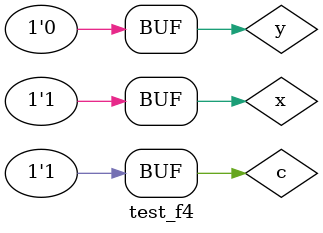
<source format=v>
module f4 (output s, input a, input b, input chave, input chave2, input chave3);

wire s_not1p;
wire s_or1;
wire s_nor1;
wire s_and1p;
wire s_nand1;
wire s_xor1;
wire s_xnor1;

wire s_and2;
wire s_and3;
wire s_and4;
wire s_and5;
wire s_and6;
wire s_and7;
wire s_and8;
wire s_not2;
wire s_not3;
wire s_not4;
wire s_or2;



	and AND2(s_and2, s_not2, s_not3, s_not4, s_not1p);
	and AND3(s_and3, s_not2, s_not3, chave3, s_or1);
	and AND4(s_and4, s_not2, chave2, s_not4, s_nor1);
	and AND5(s_and5, s_not2, chave2, chave3, s_and1p);
	and AND6(s_and6, chave, s_not3, s_not4, s_nand1);
	and AND7(s_and7, chave, s_not3, chave3, s_xor1);
	and AND8(s_and8, chave, chave2, s_not4, s_xnor1);
	
	not NOT1(s_not1p, a);
	or OR1(s_or1, a, b);
	nor NOR1(s_nor1, a, b);
	and AND1(s_and1p, a, b);
	nand NAND1(s_nand1p, a, b);
	xor XOR1(s_xor1, a, b);
	xnor XNOR1(s_xnor1, a, b);
	
	not NOT2(s_not2, chave);
	not NOT3(s_not3, chave2);
	not NOT4(s_not4, chave3);
	
	or OR2(s, s_and2, s_and3, s_and4, s_and5, s_and6, s_and7, s_and8);
						  
// descrever por portas
endmodule // f4
module test_f4;
// ------------------------- definir dados
 reg x; 
 reg y; 
 reg c;
 reg c2;
 reg c3;
 wire s; 
 
 f4 modulo (s, x, y, c, c2, c3);
// ------------------------- parte principal
   initial begin
      $display("Exemplo0035 - Flavio A A Motta - 392001");
      $display("Test LU's module");
		
#1 x = 2'b00; y = 2'b01; c = 1;

   // projetar testes do modulo
#1 $monitor("%4b %4b %4b",x,y,s,c);

#1 x = 2'b10; y = 2'b10; c = 0;
#1 x = 2'b01; y = 2'b00; c = 0;
#1 x = 2'b01; y = 2'b00; c = 1;

end
endmodule // test_f4
</source>
